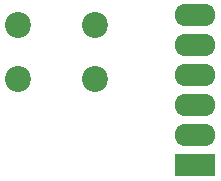
<source format=gbs>
G04 #@! TF.FileFunction,Soldermask,Bot*
%FSLAX46Y46*%
G04 Gerber Fmt 4.6, Leading zero omitted, Abs format (unit mm)*
G04 Created by KiCad (PCBNEW 4.0.7) date 03/28/18 22:17:57*
%MOMM*%
%LPD*%
G01*
G04 APERTURE LIST*
%ADD10C,0.100000*%
%ADD11R,3.448000X1.924000*%
%ADD12O,3.448000X1.924000*%
%ADD13C,2.200000*%
G04 APERTURE END LIST*
D10*
D11*
X170500000Y-95100000D03*
D12*
X170500000Y-92560000D03*
X170500000Y-90020000D03*
X170500000Y-87480000D03*
X170500000Y-84940000D03*
X170500000Y-82400000D03*
D13*
X155500000Y-83250000D03*
X162000000Y-83250000D03*
X155500000Y-87750000D03*
X162000000Y-87750000D03*
M02*

</source>
